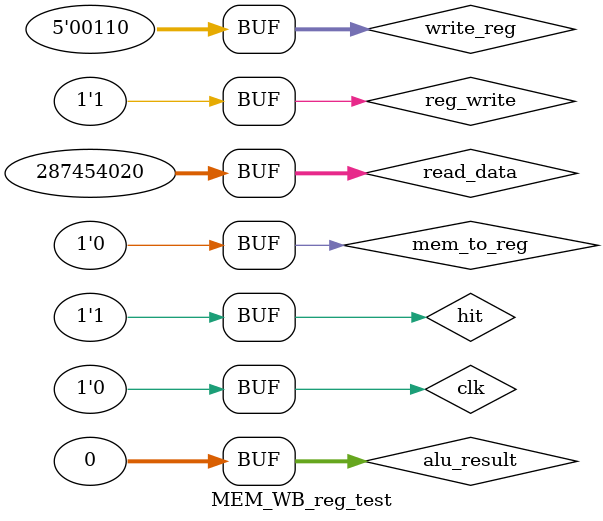
<source format=v>
`timescale 1ns / 1ps

module MEM_WB_reg_test;

	// Inputs
	reg clk;
	reg hit;
	reg [31:0] read_data;
	reg [31:0] alu_result;
	reg [4:0] write_reg;
	reg reg_write;
	reg mem_to_reg;

	// Outputs
	wire [31:0] read_data_out;
	wire [31:0] alu_result_out;
	wire [4:0] write_reg_out;
	wire reg_write_out;
	wire mem_to_reg_out;

	// Instantiate the Unit Under Test (UUT)
	MEM_WB_reg uut (
		.clk(clk), 
		.hit(hit), 
		.read_data(read_data), 
		.alu_result(alu_result), 
		.write_reg(write_reg), 
		.reg_write(reg_write), 
		.mem_to_reg(mem_to_reg), 
		.read_data_out(read_data_out), 
		.alu_result_out(alu_result_out), 
		.write_reg_out(write_reg_out), 
		.reg_write_out(reg_write_out), 
		.mem_to_reg_out(mem_to_reg_out)
	);

	initial begin
		clk = 1;
		hit = 1'b1;
		read_data = 32'h11223344;
		alu_result = 32'h00000000;
		write_reg = 5'b00110;
		reg_write = 1'b1;
		mem_to_reg = 1'b0;
		#100;
		clk = 0;
	end
      
endmodule


</source>
